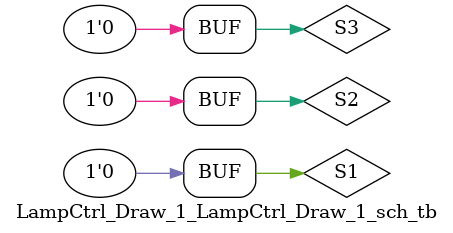
<source format=v>

`timescale 1ns / 1ps

module LampCtrl_Draw_1_LampCtrl_Draw_1_sch_tb();

// Inputs
   reg S2;
   reg S3;
   reg S1;

// Output
   wire F;

// Bidirs

// Instantiate the UUT
   LampCtrl_Draw_1 UUT (
		.S2(S2), 
		.S3(S3), 
		.S1(S1), 
		.F(F)
   );
// Initialize Inputs
   //`ifdef auto_init
       initial begin
		S3=0;
		S2=0; 
		S1=0;
		#50 S1=1; 
		#50 S2=1;S1=0; 
		#50 S1=1; 
		#50 S3=1;S2=0;S1=0; 
		#50 S1=1; 
		#50 S2=1;S1=0; 
		#50 S1=1; 
		#50 S3=0;
		S2=0; 
		S1=0;	end
   //`endif
endmodule

</source>
